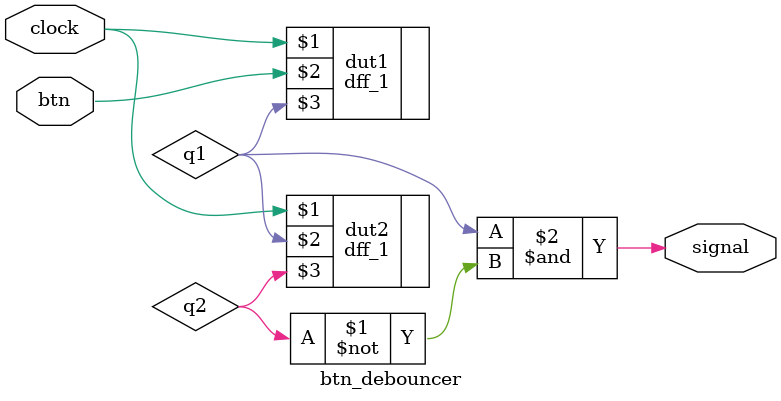
<source format=v>
`timescale 1ns / 1ps

module btn_debouncer(
    input clock,
    input btn,
    output signal
    );
    
    wire q1;
    wire q2;
    
    dff_1 dut1(clock, btn, q1);
    dff_1 dut2(clock, q1, q2);
    
    assign signal = q1 & ~q2; 
endmodule

</source>
